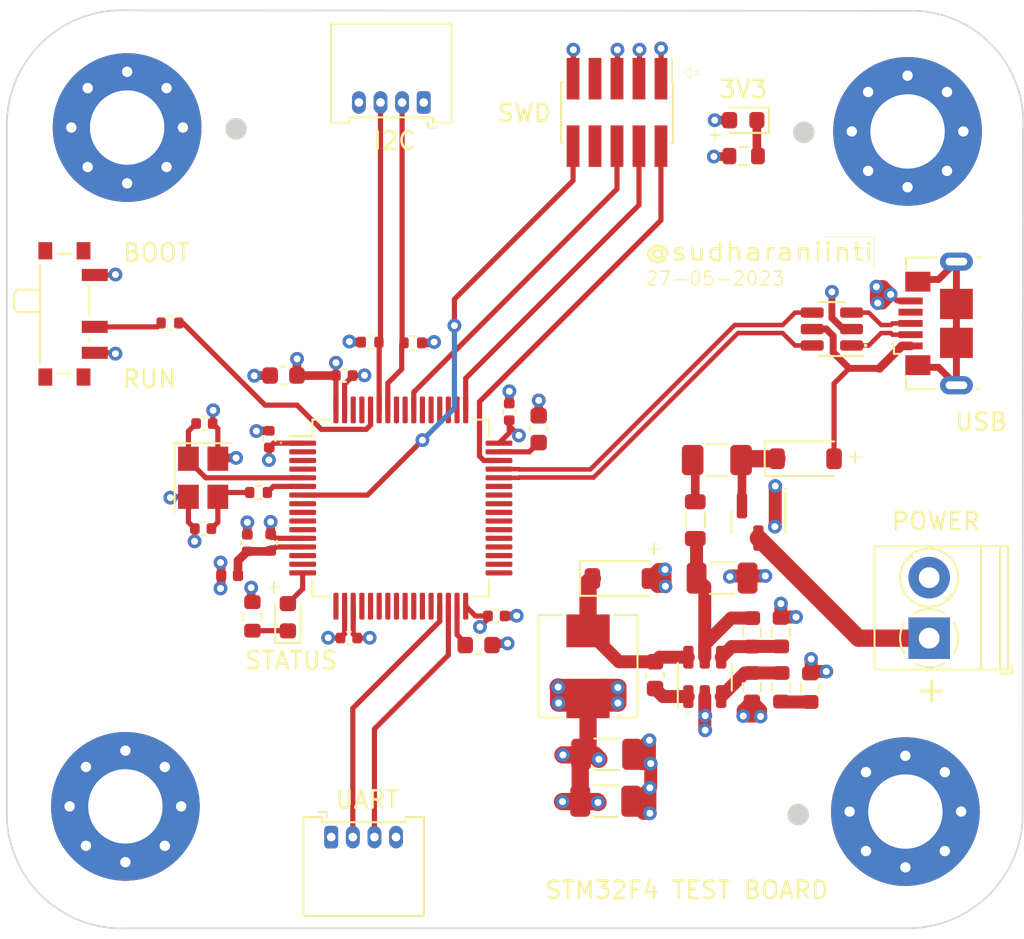
<source format=kicad_pcb>
(kicad_pcb (version 20221018) (generator pcbnew)
  (layers (0 "F.Cu" signal) (1 "In1.Cu" power) (2 "In2.Cu" power) (31 "B.Cu" signal) (34 "B.Paste" user) (35 "F.Paste" user) (36 "B.SilkS" user "B.Silkscreen") (37 "F.SilkS" user "F.Silkscreen") (38 "B.Mask" user) (39 "F.Mask" user) (44 "Edge.Cuts" user))
  (net 0 "")
  (net 1 "+12V")
  (net 2 "GND")
  (net 3 "Net-(D4-K)")
  (net 4 "Net-(R7-Pad2)")
  (net 5 "BUCK_FB")
  (net 6 "+3.3V")
  (net 7 "BUCK_EN")
  (net 8 "BUCK_IN")
  (net 9 "Net-(D1-K)")
  (net 10 "I2C1_SDA")
  (net 11 "I2C1_SCL")
  (net 12 "HSE_OUT")
  (net 13 "Net-(C12-Pad1)")
  (net 14 "BOOT0")
  (net 15 "Net-(SW1-B)")
  (net 16 "BUCK_BST")
  (net 17 "BUCK_SW")
  (net 18 "USB_CONN_D-")
  (net 19 "USB_CONN_D+")
  (net 20 "USB_D+")
  (net 21 "+5V")
  (net 22 "USB_D-")
  (net 23 "Net-(D3-K)")
  (net 27 "HSE_IN")
  (net 28 "NRST")
  (net 33 "+3.3VA")
  (net 36 "LED_STATUS")
  (net 47 "USART3_TX")
  (net 48 "USART3_RX")
  (net 49 "Net-(U1-VCAP_1)")
  (net 61 "SWDIO")
  (net 62 "Net-(U1-VCAP_2)")
  (net 63 "SWCLK")
  (net 69 "SWO")
  (net 75 "unconnected-(J5-Shield-Pad6)")
  (net 78 "Net-(F1-Pad1)")
  (footprint "MountingHole:MountingHole_4.3mm_M4_Pad_Via" (layer "F.Cu") (at 106.925 93.925)
    (fp_text reference "H1" hide)
    (fp_text value "MountingHole_Pad" hide)
  )
  (footprint "Capacitor_SMD:C_0603_1608Metric" (layer "F.Cu") (at 92.325 125.3625 90)
    (fp_text reference "C14" hide)
    (fp_text value "10nF" hide)
  )
  (footprint "Connector_PinHeader_1.27mm:PinHeader_2x05_P1.27mm_Vertical_SMD" (layer "F.Cu") (at 90.125 92.825 -90)
    (fp_text reference "J2" hide)
    (fp_text value "SWD" hide)
  )
  (footprint "Capacitor_SMD:C_0402_1005Metric" (layer "F.Cu") (at 66.27 110.815)
    (fp_text reference "C11" hide)
    (fp_text value "12pF" hide)
  )
  (footprint "Inductor_SMD:L_Sunlord_MWSA0518S" (layer "F.Cu") (at 88.45 124.85 -90)
    (fp_text reference "L2" hide)
    (fp_text value "10uF" hide)
  )
  (footprint "Resistor_SMD:R_0402_1005Metric" (layer "F.Cu") (at 78.32 106.15 180)
    (fp_text reference "R9" hide)
    (fp_text value "2.2k" hide)
  )
  (footprint "Package_QFP:LQFP-64_10x10mm_P0.5mm" (layer "F.Cu") (at 77.625 115.7)
    (fp_text reference "U1" hide)
    (fp_text value "STM32F405RGT6" hide)
  )
  (footprint "Capacitor_SMD:C_0402_1005Metric" (layer "F.Cu") (at 74.35 108.04)
    (fp_text reference "C8" hide)
    (fp_text value "100nF" hide)
  )
  (footprint "Capacitor_SMD:C_0402_1005Metric" (layer "F.Cu") (at 68.75 117.725 90)
    (fp_text reference "C9" hide)
    (fp_text value "1uF" hide)
  )
  (footprint "Button_Switch_SMD:SW_SPDT_PCM12" (layer "F.Cu") (at 58.5 104.475 -90)
    (fp_text reference "SW1" hide)
    (fp_text value "SW_SPDT" hide)
  )
  (footprint "Package_TO_SOT_SMD:SOT-23-6" (layer "F.Cu") (at 95.2 125.4625 90)
    (fp_text reference "U4" hide)
    (fp_text value "MP2359" hide)
  )
  (footprint "Connector_Molex:Molex_PicoBlade_53048-0410_1x04_P1.25mm_Horizontal" (layer "F.Cu") (at 78.95 92.25 180)
    (fp_text reference "J3" hide)
    (fp_text value "Conn_01x04" hide)
  )
  (footprint "Package_TO_SOT_SMD:SOT-23" (layer "F.Cu") (at 98.3 116.5 -90)
    (fp_text reference "Q1" hide)
    (fp_text value "AO3401A" hide)
  )
  (footprint "Capacitor_SMD:C_0402_1005Metric" (layer "F.Cu") (at 83.145 121.94)
    (fp_text reference "C6" hide)
    (fp_text value "100nF" hide)
  )
  (footprint "LED_SMD:LED_0603_1608Metric" (layer "F.Cu") (at 97.425 93.275 180)
    (fp_text reference "D4" hide)
    (fp_text value "RED" hide)
  )
  (footprint "Connector_USB:USB_Micro-B_GCT_USB3076-30-A" (layer "F.Cu") (at 108.55 105.025 90)
    (fp_text reference "J5" hide)
    (fp_text value "USB_B_Micro" hide)
  )
  (footprint "Capacitor_SMD:C_0603_1608Metric" (layer "F.Cu") (at 85.595 111.14 90)
    (fp_text reference "C2" hide)
    (fp_text value "2.2uF" hide)
  )
  (footprint "Capacitor_SMD:C_1206_3216Metric" (layer "F.Cu") (at 89.475 132.65)
    (fp_text reference "C16" hide)
    (fp_text value "10uF" hide)
  )
  (footprint "Connector_Molex:Molex_PicoBlade_53048-0410_1x04_P1.25mm_Horizontal" (layer "F.Cu") (at 73.6 134.725)
    (fp_text reference "J4" hide)
    (fp_text value "Conn_01x04" hide)
  )
  (footprint "Inductor_SMD:L_0805_2012Metric" (layer "F.Cu") (at 94.65 116.4 90)
    (fp_text reference "FB1" hide)
    (fp_text value "600 @ 600MHz" hide)
  )
  (footprint "Capacitor_SMD:C_1206_3216Metric" (layer "F.Cu") (at 89.525 129.9375)
    (fp_text reference "C15" hide)
    (fp_text value "10uF" hide)
  )
  (footprint "Resistor_SMD:R_0402_1005Metric" (layer "F.Cu") (at 69.4 114.8 180)
    (fp_text reference "R2" hide)
    (fp_text value "47" hide)
  )
  (footprint "TerminalBlock_Phoenix:TerminalBlock_Phoenix_PT-1,5-2-3.5-H_1x02_P3.50mm_Horizontal" (layer "F.Cu") (at 108.175 123.225 90)
    (fp_text reference "J1" hide)
    (fp_text value "Screw_Terminal_01x02" hide)
  )
  (footprint "Fuse:Fuse_1206_3216Metric" (layer "F.Cu") (at 95.9 112.925)
    (fp_text reference "F1" hide)
    (fp_text value "250mA" hide)
  )
  (footprint "MountingHole:MountingHole_4.3mm_M4_Pad_Via" (layer "F.Cu") (at 106.8 133.25)
    (fp_text reference "H2" hide)
    (fp_text value "MountingHole_Pad" hide)
  )
  (footprint "Inductor_SMD:L_0402_1005Metric" (layer "F.Cu") (at 67.725 119.6)
    (fp_text reference "L1" hide)
    (fp_text value "39nH" hide)
  )
  (footprint "Capacitor_SMD:C_1206_3216Metric" (layer "F.Cu") (at 96.2 119.75)
    (fp_text reference "C13" hide)
    (fp_text value "10uF" hide)
  )
  (footprint "Resistor_SMD:R_0603_1608Metric" (layer "F.Cu") (at 97.925 122.8875 -90)
    (fp_text reference "R4" hide)
    (fp_text value "100k" hide)
  )
  (footprint "Resistor_SMD:R_0603_1608Metric" (layer "F.Cu") (at 99.6 122.875 90)
    (fp_text reference "R5" hide)
    (fp_text value "68k" hide)
  )
  (footprint "Capacitor_SMD:C_0603_1608Metric" (layer "F.Cu") (at 82.125 123.625)
    (fp_text reference "C1" hide)
    (fp_text value "2.2uF" hide)
  )
  (footprint "LED_SMD:LED_0603_1608Metric" (layer "F.Cu") (at 71.095 122.015 90)
    (fp_text reference "D1" hide)
    (fp_text value "Blue" hide)
  )
  (footprint "Resistor_SMD:R_0603_1608Metric" (layer "F.Cu") (at 69.045 121.965 90)
    (fp_text reference "R3" hide)
    (fp_text value "1.5k" hide)
  )
  (footprint "Capacitor_SMD:C_0402_1005Metric" (layer "F.Cu") (at 70.02 111.715 90)
    (fp_text reference "C4" hide)
    (fp_text value "100nF" hide)
  )
  (footprint "Resistor_SMD:R_0603_1608Metric" (layer "F.Cu") (at 97.45 95.35 180)
    (fp_text reference "R11" hide)
    (fp_text value "1k" hide)
  )
  (footprint "Resistor_SMD:R_0402_1005Metric" (layer "F.Cu") (at 64.275 105 180)
    (fp_text reference "R1" hide)
    (fp_text value "10k" hide)
  )
  (footprint "MountingHole:MountingHole_4.3mm_M4_Pad_Via" (layer "F.Cu") (at 61.7 132.95)
    (fp_text reference "H3" hide)
    (fp_text value "MountingHole_Pad" hide)
  )
  (footprint "Resistor_SMD:R_0402_1005Metric" (layer "F.Cu") (at 75.85 106.11)
    (fp_text reference "R10" hide)
    (fp_text value "2.2k" hide)
  )
  (footprint "Package_TO_SOT_SMD:SOT-23-6" (layer "F.Cu") (at 102.55 105.35 180)
    (fp_text reference "U3" hide)
    (fp_text value "USBLC6-2SC6" hide)
  )
  (footprint "Resistor_SMD:R_0603_1608Metric" (layer "F.Cu") (at 99.625 126.0625 -90)
    (fp_text reference "R7" hide)
    (fp_text value "15k" hide)
  )
  (footprint "Diode_SMD:D_SOD-123" (layer "F.Cu") (at 101.025 112.85)
    (fp_text reference "D3" hide)
    (fp_text value "B5819W" hide)
  )
  (footprint "Capacitor_SMD:C_0402_1005Metric" (layer "F.Cu") (at 74.62 123.215 180)
    (fp_text reference "C5" hide)
    (fp_text value "100nF" hide)
  )
  (footprint "Crystal:Crystal_SMD_3225-4Pin_3.2x2.5mm" (layer "F.Cu") (at 66.195 113.95 -90)
    (fp_text reference "Y1" hide)
    (fp_text value "16MHz" hide)
  )
  (footprint "MountingHole:MountingHole_4.3mm_M4_Pad_Via" (layer "F.Cu") (at 61.8 93.7)
    (fp_text reference "H4" hide)
    (fp_text value "MountingHole_Pad" hide)
  )
  (footprint "Diode_SMD:D_SOD-123" (layer "F.Cu") (at 90.35 119.775)
    (fp_text reference "D2" hide)
    (fp_text value "B5819W" hide)
  )
  (footprint "Capacitor_SMD:C_0603_1608Metric" (layer "F.Cu") (at 70.845 108.04 180)
    (fp_text reference "C3" hide)
    (fp_text value "4.7uF" hide)
  )
  (footprint "Resistor_SMD:R_0603_1608Metric" (layer "F.Cu") (at 97.925 126.0625 90)
    (fp_text reference "R6" hide)
    (fp_text value "47k" hide)
  )
  (footprint "Resistor_SMD:R_0603_1608Metric" (layer "F.Cu") (at 101.3 126.0875 90)
    (fp_text reference "R8" hide)
    (fp_text value "270" hide)
  )
  (footprint "Capacitor_SMD:C_0402_1005Metric" (layer "F.Cu") (at 83.895 110.14 90)
    (fp_text reference "C7" hide)
    (fp_text value "100nF" hide)
  )
  (footprint "Capacitor_SMD:C_0402_1005Metric" (layer "F.Cu") (at 70.1 117.7 90)
    (fp_text reference "C10" hide)
    (fp_text value "10nF" hide)
  )
  (footprint "Capacitor_SMD:C_0402_1005Metric" (layer "F.Cu") (at 66.195 116.89 180)
    (fp_text reference "C12" hide)
    (fp_text value "12pF" hide)
  )
  (gr_circle (center 106.05 106.175) (end 106.109057 106.175) (stroke (width 0.08)) (fill none) (layer "F.SilkS"))
  (gr_poly locked (pts (xy 94.375 90.225) (xy 94.025 90.525) (xy 94.375 90.875) (xy 94.375 90.65) (xy 94.9 90.65) (xy 94.9 90.425) (xy 94.4 90.425) (xy 94.375 90.425)) (stroke (width 0.03)) (fill none) (layer "F.SilkS"))
  (gr_circle (center 70.7 111.925) (end 70.750139 111.925) (stroke (width 0.04)) (fill none) (layer "F.SilkS"))
  (gr_line (start 105 100) (end 105 101.875) (stroke (width 0.03)) (layer "F.SilkS"))
  (gr_circle (center 99.875 114.6) (end 99.935139 114.6) (stroke (width 0.06)) (fill none) (layer "F.SilkS"))
  (gr_circle (center 104.5 106.3) (end 104.559057 106.3) (stroke (width 0.08)) (fill none) (layer "F.SilkS"))
  (gr_circle (center 94.225 127.525) (end 94.275 127.525) (stroke (width 0.04)) (fill none) (layer "F.SilkS"))
  (gr_line (start 102.05 100) (end 105 100) (stroke (width 0.03)) (layer "F.SilkS"))
  (gr_circle (center 68.1 93.775) (end 68.676 93.775) (stroke (width 0.1)) (fill solid) (layer "Edge.Cuts"))
  (gr_line (start 113.6 93.9) (end 113.575 133.8) (stroke (width 0.1)) (layer "Edge.Cuts"))
  (gr_line (start 61.775 140) (end 106.9 140) (stroke (width 0.1)) (layer "Edge.Cuts"))
  (gr_arc (start 61.775155 140.003744) (mid 56.976976 138.237767) (end 54.84492 133.590668) (stroke (width 0.1)) (layer "Edge.Cuts"))
  (gr_circle (center 100.6 133.425) (end 101.176 133.425) (stroke (width 0.1)) (fill solid) (layer "Edge.Cuts"))
  (gr_line (start 54.84492 93.340668) (end 54.84492 133.590668) (stroke (width 0.1)) (layer "Edge.Cuts"))
  (gr_circle (center 100.925 93.975) (end 101.501 93.975) (stroke (width 0.1)) (fill solid) (layer "Edge.Cuts"))
  (gr_arc (start 54.84492 93.340668) (mid 57.002366 88.664166) (end 61.85 86.925) (stroke (width 0.1)) (layer "Edge.Cuts"))
  (gr_line (start 61.85 86.925) (end 107.125 86.95) (stroke (width 0.1)) (layer "Edge.Cuts"))
  (gr_arc (start 113.574999 133.8) (mid 111.463539 138.219369) (end 106.90001 139.997933) (stroke (width 0.1)) (layer "Edge.Cuts"))
  (gr_arc (start 107.125 86.941343) (mid 111.877592 89.010885) (end 113.6 93.9) (stroke (width 0.1)) (layer "Edge.Cuts"))
  (gr_text "+" (at 91.7 118.45) (layer "F.SilkS") (effects (font (size 0.8 0.8) (thickness 0.1)) (justify left bottom)))
  (gr_text "BOOT" (at 61.475 101.525) (layer "F.SilkS") (effects (font (size 1 1)) (justify left bottom)))
  (gr_text "@sudharaniinti" (at 91.6 101.475) (layer "F.SilkS") (effects (font (size 1 1.2)) (justify left bottom)))
  (gr_text "RUN\n" (at 61.45 108.825) (layer "F.SilkS") (effects (font (size 1 1)) (justify left bottom)))
  (gr_text "STM32F4 TEST BOARD" (at 85.875 138.375) (layer "F.SilkS") (effects (font (size 1 1)) (justify left bottom)))
  (gr_text "STATUS" (at 68.525 125.1) (layer "F.SilkS") (effects (font (size 1 1)) (justify left bottom)))
  (gr_text "POWER" (at 105.925 117.05) (layer "F.SilkS") (effects (font (size 1 1)) (justify left bottom)))
  (gr_text "+" (at 107.275 127.05) (layer "F.SilkS") (effects (font (size 1.5 1.5) (thickness 0.18)) (justify left bottom)))
  (gr_text "+" (at 95.25 94.55) (layer "F.SilkS") (effects (font (size 0.8 0.8) (thickness 0.1)) (justify left bottom)))
  (gr_text "SWD" (at 83.125 93.45) (layer "F.SilkS") (effects (font (size 1 1)) (justify left bottom)))
  (gr_text "+" (at 103.325 113.175) (layer "F.SilkS") (effects (font (size 0.8 0.8) (thickness 0.1)) (justify left bottom)))
  (gr_text "I2C\n" (at 75.95 95.05) (layer "F.SilkS") (effects (font (size 1 1)) (justify left bottom)))
  (gr_text "+" (at 69.725 120.7) (layer "F.SilkS") (effects (font (size 0.8 0.8) (thickness 0.1)) (justify left bottom)))
  (gr_text "3V3" (at 95.95 92.075) (layer "F.SilkS") (effects (font (size 1 1)) (justify left bottom)))
  (gr_text "UART\n" (at 73.75 133.15) (layer "F.SilkS") (effects (font (size 1 1)) (justify left bottom)))
  (gr_text "USB" (at 109.575 111.3) (layer "F.SilkS") (effects (font (size 1 1)) (justify left bottom)))
  (gr_text "27-05-2023" (at 91.7 102.9) (layer "F.SilkS") (effects (font (size 0.8 0.8) (thickness 0.09) bold) (justify left bottom)))
  (segment (start 108.175 123.225) (end 104.0875 123.225) (width 1) (layer "F.Cu") (net 1))
  (segment (start 104.0875 123.225) (end 98.3 117.4375) (width 1) (layer "F.Cu") (net 1))
  (segment (start 102.55 104.702816) (end 102.55 103.2) (width 0.4) (layer "F.Cu") (net 2))
  (segment (start 92.9 120.2) (end 92.925 120.225) (width 0.75) (layer "F.Cu") (net 2))
  (segment (start 67.095 112.8) (end 67.045 112.85) (width 0.5) (layer "F.Cu") (net 2))
  (segment (start 59.93 106.725) (end 61.075 106.725) (width 0.3) (layer "F.Cu") (net 2))
  (segment (start 68.975 121.07) (end 69.045 121.14) (width 0.5) (layer "F.Cu") (net 2))
  (segment (start 96.7 119.625) (end 96.65 119.675) (width 0.75) (layer "F.Cu") (net 2))
  (segment (start 70.02 111.235) (end 69.29 111.235) (width 0.5) (layer "F.Cu") (net 2))
  (segment (start 106.325 103.725) (end 105.95 103.35) (width 0.3) (layer "F.Cu") (net 2))
  (segment (start 74.83 108.04) (end 75.51 108.04) (width 0.3) (layer "F.Cu") (net 2))
  (segment (start 92.9 119.25) (end 92.9 120.2) (width 0.75) (layer "F.Cu") (net 2))
  (segment (start 64.35 115.05) (end 64.3 115.1) (width 0.3) (layer "F.Cu") (net 2))
  (segment (start 65.715 116.89) (end 65.715 117.61) (width 0.3) (layer "F.Cu") (net 2))
  (segment (start 100.475 122) (end 99.65 122) (width 0.75) (layer "F.Cu") (net 2))
  (segment (start 71.95 117.45) (end 70.401041 117.45) (width 0.3) (layer "F.Cu") (net 2))
  (segment (start 92.025 133.35) (end 91.65 133.35) (width 0.75) (layer "F.Cu") (net 2))
  (segment (start 70.351041 117.4) (end 70.1 117.4) (width 0.3) (layer "F.Cu") (net 2))
  (segment (start 66.75 110.815) (end 66.75 110.075) (width 0.3) (layer "F.Cu") (net 2))
  (segment (start 101.4125 125.15) (end 101.3 125.2625) (width 0.75) (layer "F.Cu") (net 2))
  (segment (start 103.197184 105.35) (end 102.55 104.702816) (width 0.4) (layer "F.Cu") (net 2))
  (segment (start 92.075 130.475) (end 91.5375 130.475) (width 0.75) (layer "F.Cu") (net 2))
  (segment (start 92.925 120.225) (end 92.45 120.225) (width 0.75) (layer "F.Cu") (net 2))
  (segment (start 83.785 123.54) (end 83.8 123.525) (width 0.5) (layer "F.Cu") (net 2))
  (segment (start 70.07 108.04) (end 69.16 108.04) (width 0.5) (layer "F.Cu") (net 2))
  (segment (start 66.75 110.075) (end 66.775 110.05) (width 0.3) (layer "F.Cu") (net 2))
  (segment (start 61.075 106.725) (end 61.125 106.775) (width 0.3) (layer "F.Cu") (net 2))
  (segment (start 70.401041 117.45) (end 70.351041 117.4) (width 0.3) (layer "F.Cu") (net 2))
  (segment (start 105.45 103.85) (end 105.95 103.35) (width 0.75) (layer "F.Cu") (net 2))
  (segment (start 83.9 108.95) (end 83.9 109.655) (width 0.5) (layer "F.Cu") (net 2))
  (segment (start 99.6 121.225) (end 99.6 122.05) (width 0.75) (layer "F.Cu") (net 2))
  (segment (start 91.25 132.65) (end 92.025 131.875) (width 0.75) (layer "F.Cu") (net 2))
  (segment (start 69.29 111.235) (end 69.275 111.25) (width 0.5) (layer "F.Cu") (net 2))
  (segment (start 87.6 89.2) (end 87.6 90.86) (width 0.3) (layer "F.Cu") (net 2))
  (segment (start 95.2 126.6) (end 95.2 128.525) (width 0.75) (layer "F.Cu") (net 2))
  (segment (start 67.045 111.11) (end 66.75 110.815) (width 0.3) (layer "F.Cu") (net 2))
  (segment (start 102.225 125.15) (end 101.4125 125.15) (width 0.75) (layer "F.Cu") (net 2))
  (segment (start 92.075 130.475) (end 92.075 131.825) (width 0.75) (layer "F.Cu") (net 2))
  (segment (start 65.345 115.05) (end 64.35 115.05) (width 0.3) (layer "F.Cu") (net 2))
  (segment (start 91.5375 130.475) (end 91 129.9375) (width 0.75) (layer "F.Cu") (net 2))
  (segment (start 85.6 109.475) (end 85.6 110.36) (width 0.5) (layer "F.Cu") (net 2))
  (segment (start 65.345 115.05) (end 65.345 116.52) (width 0.3) (layer "F.Cu") (net 2))
  (segment (start 69.16 108.04) (end 69.15 108.05) (width 0.5) (layer "F.Cu") (net 2))
  (segment (start 107.1 103.725) (end 106.325 103.725) (width 0.3) (layer "F.Cu") (net 2))
  (segment (start 101.35 124.425) (end 101.35 125.2125) (width 0.75) (layer "F.Cu") (net 2))
  (segment (start 74.14 123.215) (end 74.375 122.98) (width 0.3) (layer "F.Cu") (net 2))
  (segment (start 91.425 90.845) (end 91.395 90.875) (width 0.3) (layer "F.Cu") (net 2))
  (segment (start 68.1 112.8) (end 67.095 112.8) (width 0.5) (layer "F.Cu") (net 2))
  (segment (start 101.35 125.2125) (end 101.3 125.2625) (width 0.75) (layer "F.Cu") (net 2))
  (segment (start 73.44 123.215) (end 73.425 123.2) (width 0.3) (layer "F.Cu") (net 2))
  (segment (start 91.425 89.2) (end 91.425 90.845) (width 0.3) (layer "F.Cu") (net 2))
  (segment (start 105.125 103.775) (end 105.2 103.85) (width 0.75) (layer "F.Cu") (net 2))
  (segment (start 92.45 120.225) (end 92 119.775) (width 0.75) (layer "F.Cu") (net 2))
  (segment (start 90.15 90.85) (end 90.125 90.875) (width 0.3) (layer "F.Cu") (net 2))
  (segment (start 92 129.125) (end 92 130.4) (width 0.75) (layer "F.Cu") (net 2))
  (segment (start 68.75 117.245) (end 68.75 116.525) (width 0.5) (layer "F.Cu") (net 2))
  (segment (start 74.375 110.025) (end 74.375 108.537965) (width 0.3) (layer "F.Cu") (net 2))
  (segment (start 90.15 89.2) (end 90.15 90.85) (width 0.3) (layer "F.Cu") (net 2))
  (segment (start 82.945 123.54) (end 83.785 123.54) (width 0.5) (layer "F.Cu") (net 2))
  (segment (start 91 129.9375) (end 91.1875 129.9375) (width 0.75) (layer "F.Cu") (net 2))
  (segment (start 105.125 102.9) (end 105.125 103.775) (width 0.75) (layer "F.Cu") (net 2))
  (segment (start 103.6875 105.35) (end 103.197184 105.35) (width 0.4) (layer "F.Cu") (net 2))
  (segment (start 74.375 122.98) (end 74.375 121.375) (width 0.3) (layer "F.Cu") (net 2))
  (segment (start 74.83 108.082965) (end 74.83 108.04) (width 0.3) (layer "F.Cu") (net 2))
  (segment (start 75.51 108.04) (end 75.525 108.025) (width 0.3) (layer "F.Cu") (net 2))
  (segment (start 74.14 123.215) (end 73.44 123.215) (width 0.3) (layer "F.Cu") (net 2))
  (segment (start 98.7 119.625) (end 96.7 119.625) (width 0.75) (layer "F.Cu") (net 2))
  (segment (start 99.275 116.75) (end 99.25 116.775) (width 0.75) (layer "F.Cu") (net 2))
  (segment (start 96.6 95.375) (end 96.625 95.35) (width 0.5) (layer "F.Cu") (net 2))
  (segment (start 92.075 131.825) (end 92.025 131.875) (width 0.75) (layer "F.Cu") (net 2))
  (segment (start 83.625 121.94) (end 84.31 121.94) (width 0.5) (layer "F.Cu") (net 2))
  (segment (start 99.275 114.425) (end 99.275 116.75) (width 0.75) (layer "F.Cu") (net 2))
  (segment (start 85.6 110.36) (end 85.595 110.365) (width 0.5) (layer "F.Cu") (net 2))
  (segment (start 99.65 122) (end 99.6 122.05) (width 0.75) (layer "F.Cu") (net 2))
  (segment (start 105.2 103.85) (end 105.45 103.85) (width 0.75) (layer "F.Cu") (net 2))
  (segment (start 92.525 119.25) (end 92 119.775) (width 0.75) (layer "F.Cu") (net 2))
  (segment (start 70.1 117.22) (end 70.1 116.5) (width 0.5) (layer "F.Cu") (net 2))
  (segment (start 95.725 95.375) (end 96.6 95.375) (width 0.5) (layer "F.Cu") (net 2))
  (segment (start 92 130.4) (end 92.075 130.475) (width 0.75) (layer "F.Cu") (net 2))
  (segment (start 68.975 120.3) (end 68.975 121.07) (width 0.5) (layer "F.Cu") (net 2))
  (segment (start 105.125 102.9) (end 105.5 102.9) (width 0.75) (layer "F.Cu") (net 2))
  (segment (start 84.31 121.94) (end 84.325 121.925) (width 0.5) (layer "F.Cu") (net 2))
  (segment (start 105.5 102.9) (end 105.95 103.35) (width 0.75) (layer "F.Cu") (net 2))
  (segment (start 65.345 116.52) (end 65.715 116.89) (width 0.3) (layer "F.Cu") (net 2))
  (segment (start 92.9 119.25) (end 92.525 119.25) (width 0.75) (layer "F.Cu") (net 2))
  (segment (start 83.9 109.655) (end 83.895 109.66) (width 0.5) (layer "F.Cu") (net 2))
  (segment (start 87.6 90.86) (end 87.585 90.875) (width 0.3) (layer "F.Cu") (net 2))
  (segment (start 92.025 131.875) (end 92.025 133.35) (width 0.75) (layer "F.Cu") (net 2))
  (segment (start 91.65 133.35) (end 90.95 132.65) (width 0.75) (layer "F.Cu") (net 2))
  (segment (start 67.045 112.85) (end 67.045 111.11) (width 0.3) (layer "F.Cu") (net 2))
  (segment (start 95.2 128.525) (end 95.225 128.55) (width 0.75) (layer "F.Cu") (net 2))
  (segment (start 90.95 132.65) (end 91.25 132.65) (width 0.75) (layer "F.Cu") (net 2))
  (segment (start 74.375 108.537965) (end 74.83 108.082965) (width 0.3) (layer "F.Cu") (net 2))
  (segment (start 91.1875 129.9375) (end 92 129.125) (width 0.75) (layer "F.Cu") (net 2))
  (segment (start 65.715 117.61) (end 65.7 117.625) (width 0.3) (layer "F.Cu") (net 2))
  (via (at 92.9 119.25) (size 0.8) (drill 0.4) (layers "F.Cu" "B.Cu") (net 2))
  (via (at 99.25 116.775) (size 0.8) (drill 0.4) (layers "F.Cu" "B.Cu") (net 2))
  (via (at 68.1 112.8) (size 0.8) (drill 0.4) (layers "F.Cu" "B.Cu") (net 2))
  (via (at 95.225 128.55) (size 0.8) (drill 0.4) (layers "F.Cu" "B.Cu") (net 2))
  (via (at 100.475 122) (size 0.8) (drill 0.4) (layers "F.Cu" "B.Cu") (net 2))
  (via (at 69.275 111.25) (size 0.8) (drill 0.4) (layers "F.Cu" "B.Cu") (net 2))
  (via (at 92.025 133.35) (size 0.8) (drill 0.4) (layers "F.Cu" "B.Cu") (net 2))
  (via (at 96.65 119.675) (size 0.8) (drill 0.4) (layers "F.Cu" "B.Cu") (net 2))
  (via (at 98.7 119.625) (size 0.8) (drill 0.4) (layers "F.Cu" "B.Cu") (net 2))
  (via (at 68.75 116.525) (size 0.8) (drill 0.4) (layers "F.Cu" "B.Cu") (net 2))
  (via (at 83.9 108.95) (size 0.8) (drill 0.4) (layers "F.Cu" "B.Cu") (net 2))
  (via (at 99.6 121.225) (size 0.8) (drill 0.4) (layers "F.Cu" "B.Cu") (net 2))
  (via (at 102.55 103.2) (size 0.8) (drill 0.4) (layers "F.Cu" "B.Cu") (net 2))
  (via (at 95.225 127.7) (size 0.8) (drill 0.4) (layers "F.Cu" "B.Cu") (net 2))
  (via (at 84.325 121.925) (size 0.8) (drill 0.4) (layers "F.Cu" "B.Cu") (net 2))
  (via (at 91.425 89.2) (size 0.8) (drill 0.4) (layers "F.Cu" "B.Cu") (net 2))
  (via (at 70.1 116.5) (size 0.8) (drill 0.4) (layers "F.Cu" "B.Cu") (net 2))
  (via (at 90.15 89.2) (size 0.8) (drill 0.4) (layers "F.Cu" "B.Cu") (net 2))
  (via (at 69.15 108.05) (size 0.8) (drill 0.4) (layers "F.Cu" "B.Cu") (net 2))
  (via (at 83.8 123.525) (size 0.8) (drill 0.4) (layers "F.Cu" "B.Cu") (net 2))
  (via (at 92.075 130.475) (size 0.8) (drill 0.4) (layers "F.Cu" "B.Cu") (net 2))
  (via (at 66.775 110.05) (size 0.8) (drill 0.4) (layers "F.Cu" "B.Cu") (net 2))
  (via (at 85.6 109.475) (size 0.8) (drill 0.4) (layers "F.Cu" "B.Cu") (net 2))
  (via (at 102.225 125.15) (size 0.8) (drill 0.4) (layers "F.Cu" "B.Cu") (net 2))
  (via (at 95.725 95.375) (size 0.8) (drill 0.4) (layers "F.Cu" "B.Cu") (net 2))
  (via (at 99.275 114.425) (size 0.8) (drill 0.4) (layers "F.Cu" "B.Cu") (net 2))
  (via (at 92.025 131.875) (size 0.8) (drill 0.4) (layers "F.Cu" "B.Cu") (net 2))
  (via (at 101.35 124.425) (size 0.8) (drill 0.4) (layers "F.Cu" "B.Cu") (net 2))
  (via (at 105.2 103.85) (size 0.8) (drill 0.4) (layers "F.Cu" "B.Cu") (net 2))
  (via (at 61.125 106.775) (size 0.8) (drill 0.4) (layers "F.Cu" "B.Cu") (net 2))
  (via (at 92.925 120.225) (size 0.8) (drill 0.4) (layers "F.Cu" "B.Cu") (net 2))
  (via (at 73.425 123.2) (size 0.8) (drill 0.4) (layers "F.Cu" "B.Cu") (net 2))
  (via (at 65.7 117.625) (size 0.8) (drill 0.4) (layers "F.Cu" "B.Cu") (net 2))
  (via (at 68.975 120.3) (size 0.8) (drill 0.4) (layers "F.Cu" "B.Cu") (net 2))
  (via (at 105.95 103.35) (size 0.8) (drill 0.4) (layers "F.Cu" "B.Cu") (net 2))
  (via (at 64.3 115.1) (size 0.8) (drill 0.4) (layers "F.Cu" "B.Cu") (net 2))
  (via (at 75.525 108.025) (size 0.8) (drill 0.4) (layers "F.Cu" "B.Cu") (net 2))
  (via (at 105.125 102.9) (size 0.8) (drill 0.4) (layers "F.Cu" "B.Cu") (net 2))
  (via (at 87.6 89.2) (size 0.8) (drill 0.4) (layers "F.Cu" "B.Cu") (net 2))
  (via (at 92 129.125) (size 0.8) (drill 0.4) (layers "F.Cu" "B.Cu") (net 2))
  (segment (start 98.2125 93.275) (end 98.2125 95.2875) (width 0.5) (layer "F.Cu") (net 3))
  (segment (start 98.2125 95.2875) (end 98.275 95.35) (width 0.5) (layer "F.Cu") (net 3))
  (segment (start 99.65 126.9125) (end 99.625 126.8875) (width 0.75) (layer "F.Cu") (net 4))
  (segment (start 101.3 126.9125) (end 99.65 126.9125) (width 0.75) (layer "F.Cu") (net 4))
  (segment (start 97.925 125.2375) (end 97.5125 125.2375) (width 0.75) (layer "F.Cu") (net 5))
  (segment (start 99.625 125.2375) (end 97.925 125.2375) (width 0.75) (layer "F.Cu") (net 5))
  (segment (start 97.5125 125.2375) (end 96.15 126.6) (width 0.75) (layer "F.Cu") (net 5))
  (segment (start 83.895 110.62) (end 83.895 111.355) (width 0.3) (layer "F.Cu") (net 6))
  (segment (start 71.62 108.04) (end 71.62 107.08) (width 0.5) (layer "F.Cu") (net 6))
  (segment (start 88 132.65) (end 88 129.9875) (width 1) (layer "F.Cu") (net 6))
  (segment (start 73.875 110.025) (end 73.875 108.045) (width 0.3) (layer "F.Cu") (net 6))
  (segment (start 67.24 120.31) (end 67.2 120.35) (width 0.5) (layer "F.Cu") (net 6))
  (segment (start 97.425 127.725) (end 98.4 127.725) (width 0.75) (layer "F.Cu") (net 6))
  (segment (start 88.45 126.9) (end 88.45 129.5375) (width 1) (layer "F.Cu") (net 6))
  (segment (start 89.275 126.075) (end 88.45 126.9) (width 1) (layer "F.Cu") (net 6))
  (segment (start 90.175 126.075) (end 89.275 126.075) (width 1) (layer "F.Cu") (net 6))
  (segment (start 90.175 126.975) (end 90.175 126.075) (width 1) (layer "F.Cu") (net 6))
  (segment (start 87 129.975) (end 88.825 129.975) (width 1) (layer "F.Cu") (net 6))
  (segment (start 73.87 108.04) (end 73.87 107.305) (width 0.3) (layer "F.Cu") (net 6))
  (segment (start 83.895 111.355) (end 83.3 111.95) (width 0.3) (layer "F.Cu") (net 6))
  (segment (start 70.02 112.905) (end 70 112.925) (width 0.3) (layer "F.Cu") (net 6))
  (segment (start 73.875 108.045) (end 73.87 108.04) (width 0.3) (layer "F.Cu") (net 6))
  (segment (start 59.93 102.225) (end 61.1 102.225) (width 0.3) (layer "F.Cu") (net 6))
  (segment (start 71.95 111.95) (end 70.265 111.95) (width 0.3) (layer "F.Cu") (net 6))
  (segment (start 90.175 126.075) (end 86.75 126.075) (width 1) (layer "F.Cu") (net 6))
  (segment (start 97.425 127.725) (end 97.425 127.3875) (width 0.75) (layer "F.Cu") (net 6))
  (segment (start 70.02 112.195) (end 70.02 112.905) (width 0.3) (layer "F.Cu") (net 6))
  (segment (start 92.675 89.125) (end 92.675 90.865) (width 0.3) (layer "F.Cu") (net 6))
  (segment (start 81.94 121.94) (end 81.375 121.375) (width 0.3) (layer "F.Cu") (net 6))
  (segment (start 88.975 132.675) (end 89.025 132.725) (width 1) (layer "F.Cu") (net 6))
  (segment (start 78.83 106.15) (end 79.5 106.15) (width 0.5) (layer "F.Cu") (net 6))
  (segment (start 98.4 127.725) (end 98.425 127.75) (width 0.75) (layer "F.Cu") (net 6))
  (segment (start 79.5 106.15) (end 79.55 106.1) (width 0.5) (layer "F.Cu") (net 6))
  (segment (start 73.87 107.305) (end 73.875 107.3) (width 0.3) (layer "F.Cu") (net 6))
  (segment (start 67.24 118.89) (end 67.2 118.85) (width 0.5) (layer "F.Cu") (net 6))
  (segment (start 83.895 110.945) (end 84.45 111.5) (width 0.3) (layer "F.Cu") (net 6))
  (segment (start 90.175 126.975) (end 88.525 126.975) (width 1) (layer "F.Cu") (net 6))
  (segment (start 95.775 93.275) (end 96.6375 93.275) (width 0.5) (layer "F.Cu") (net 6))
  (segment (start 88.825 129.975) (end 89.075 130.225) (width 1) (layer "F.Cu") (net 6))
  (segment (start 98.425 127.3875) (end 97.925 126.8875) (width 0.75) (layer "F.Cu") (net 6))
  (segment (start 75.34 106.11) (end 74.685 106.11) (width 0.5) (layer "F.Cu") (net 6))
  (segment (start 88.45 126.9) (end 87.575 126.9) (width 1) (layer "F.Cu") (net 6))
  (segment (start 88.375 126.975) (end 88.45 126.9) (width 1) (layer "F.Cu") (net 6))
  (segment (start 88.525 126.975) (end 88.45 126.9) (width 1) (layer "F.Cu") (net 6))
  (segment (start 74.875 122.99) (end 74.875 121.375) (width 0.3) (layer "F.Cu") (net 6))
  (segment (start 71.62 108.04) (end 73.87 108.04) (width 0.5) (layer "F.Cu") (net 6))
  (segment (start 82.665 121.94) (end 81.94 121.94) (width 0.3) (layer "F.Cu") (net 6))
  (segment (start 75.1 123.215) (end 75.81 123.215) (width 0.3) (layer "F.Cu") (net 6))
  (segment (start 87.575 126.9) (end 86.725 126.05) (width 1) (layer "F.Cu") (net 6))
  (segment (start 75.81 123.215) (end 75.825 123.2) (width 0.3) (layer "F.Cu") (net 6))
  (segment (start 86.75 126.075) (end 86.725 126.05) (width 1) (layer "F.Cu") (net 6))
  (segment (start 82.665 122.11) (end 82.2 122.575) (width 0.3) (layer "F.Cu") (net 6))
  (segment (start 88.45 129.5375) (end 88.05 129.9375) (width 1) (layer "F.Cu") (net 6))
  (segment (start 67.24 119.6) (end 67.24 120.31) (width 0.5) (layer "F.Cu") (net 6))
  (segment (start 92.675 90.865) (end 92.665 90.875) (width 0.3) (layer "F.Cu") (net 6))
  (segment (start 82.665 121.94) (end 82.665 122.11) (width 0.3) (layer "F.Cu") (net 6))
  (segment (start 71.62 107.08) (end 71.625 107.075) (width 0.5) (layer "F.Cu") (net 6))
  (segment (start 83.895 110.62) (end 83.895 110.945) (width 0.3) (layer "F.Cu") (net 6))
  (segment (start 86.975 132.675) (end 88.975 132.675) (width 1) (layer "F.Cu") (net 6))
  (segment (start 61.1 102.225) (end 61.125 102.2) (width 0.3) (layer "F.Cu") (net 6))
  (segment (start 86.75 126.975) (end 88.375 126.975) (width 1) (layer "F.Cu") (net 6))
  (segment (start 74.685 106.11) (end 74.65 106.075) (width 0.5) (layer "F.Cu") (net 6))
  (segment (start 75.1 123.215) (end 74.875 122.99) (width 0.3) (layer "F.Cu") (net 6))
  (segment (start 70.265 111.95) (end 70.02 112.195) (width 0.3) (layer "F.Cu") (net 6))
  (segment (start 98.425 127.75) (end 98.425 127.3875) (width 0.75) (layer "F.Cu") (net 6))
  (segment (start 67.24 119.6) (end 67.24 118.89) (width 0.5) (layer "F.Cu") (net 6))
  (segment (start 88 129.9875) (end 88.05 129.9375) (width 1) (layer "F.Cu") (net 6))
  (segment (start 97.425 127.3875) (end 97.925 126.8875) (width 0.75) (layer "F.Cu") (net 6))
  (segment (start 86.75 126.975) (end 86.75 126.075) (width 1) (layer "F.Cu") (net 6))
  (via (at 86.725 126.05) (size 0.8) (drill 0.4) (layers "F.Cu" "B.Cu") (net 6))
  (via (at 82.2 122.575) (size 0.8) (drill 0.4) (layers "F.Cu" "B.Cu") (net 6))
  (via (at 86.975 132.675) (size 0.8) (drill 0.4) (layers "F.Cu" "B.Cu") (net 6))
  (via (at 98.425 127.75) (size 0.8) (drill 0.4) (layers "F.Cu" "B.Cu") (net 6))
  (via (at 71.625 107.075) (size 0.8) (drill 0.4) (layers "F.Cu" "B.Cu") (net 6))
  (via (at 89.075 130.225) (size 0.8) (drill 0.4) (layers "F.Cu" "B.Cu") (net 6))
  (via (at 97.425 127.725) (size 0.8) (drill 0.4) (layers "F.Cu" "B.Cu") (net 6))
  (via (at 90.175 126.975) (size 0.8) (drill 0.4) (layers "F.Cu" "B.Cu") (net 6))
  (via (at 73.875 107.3) (size 0.8) (drill 0.4) (layers "F.Cu" "B.Cu") (net 6))
  (via (at 67.2 120.35) (size 0.8) (drill 0.4) (layers "F.Cu" "B.Cu") (net 6))
  (via (at 84.45 111.5) (size 0.8) (drill 0.4) (layers "F.Cu" "B.Cu") (net 6))
  (via (at 70 112.925) (size 0.8) (drill 0.4) (layers "F.Cu" "B.Cu") (net 6))
  (via (at 79.55 106.1) (size 0.8) (drill 0.4) (layers "F.Cu" "B.Cu") (net 6))
  (via (at 90.175 126.075) (size 0.8) (drill 0.4) (layers "F.Cu" "B.Cu") (net 6))
  (via (at 92.675 89.125) (size 0.8) (drill 0.4) (layers "F.Cu" "B.Cu") (net 6))
  (via (at 75.825 123.2) (size 0.8) (drill 0.4) (layers "F.Cu" "B.Cu") (net 6))
  (via (at 86.75 126.975) (size 0.8) (drill 0.4) (layers "F.Cu" "B.Cu") (net 6))
  (via (at 89.025 132.725) (size 0.8) (drill 0.4) (layers "F.Cu" "B.Cu") (net 6))
  (via (at 61.125 102.2) (size 0.8) (drill 0.4) (layers "F.Cu" "B.Cu") (net 6))
  (via (at 74.65 106.075) (size 0.8) (drill 0.4) (layers "F.Cu" "B.Cu") (net 6))
  (via (at 87 129.975) (size 0.8) (drill 0.4) (layers "F.Cu" "B.Cu") (net 6))
  (via (at 95.775 93.275) (size 0.8) (drill 0.4) (layers "F.Cu" "B.Cu") (net 6))
  (via (at 67.2 118.85) (size 0.8) (drill 0.4) (layers "F.Cu" "B.Cu") (net 6))
  (segment (start 97.9375 123.7) (end 97.925 123.7125) (width 0.75) (layer "F.Cu") (net 7))
  (segment (start 99.6 123.7) (end 97.9375 123.7) (width 0.75) (layer "F.Cu") (net 7))
  (segment (start 97.925 123.7125) (end 96.7625 123.7125) (width 0.75) (layer "F.Cu") (net 7))
  (segment (start 96.7625 123.7125) (end 96.15 124.325) (width 0.75) (layer "F.Cu") (net 7))
  (segment (start 94.725 117.5375) (end 94.65 117.4625) (width 0.75) (layer "F.Cu") (net 8))
  (segment (start 95.2 124.325) (end 95.2 120.225) (width 0.75) (layer "F.Cu") (net 8))
  (segment (start 94.725 119.75) (end 94.725 117.5375) (width 0.75) (layer "F.Cu") (net 8))
  (segment (start 95.2 120.225) (end 94.725 119.75) (width 0.75) (layer "F.Cu") (net 8))
  (segment (start 95.2 123.587195) (end 95.2 124.325) (width 0.75) (layer "F.Cu") (net 8))
  (segment (start 96.724695 122.0625) (end 95.2 123.587195) (width 0.75) (layer "F.Cu") (net 8))
  (segment (start 97.925 122.0625) (end 96.724695 122.0625) (width 0.75) (layer "F.Cu") (net 8))
  (segment (start 69.045 122.79) (end 71.0825 122.79) (width 0.3) (layer "F.Cu") (net 9))
  (segment (start 71.0825 122.79) (end 71.095 122.8025) (width 0.3) (layer "F.Cu") (net 9))
  (segment (start 76.45 106.02) (end 76.36 106.11) (width 0.3) (layer "F.Cu") (net 10))
  (segment (start 76.45 92.25) (end 76.45 106.02) (width 0.3) (layer "F.Cu") (net 10))
  (segment (start 76.375 106.125) (end 76.36 106.11) (width 0.3) (layer "F.Cu") (net 10))
  (segment (start 76.375 110.025) (end 76.375 106.125) (width 0.3) (layer "F.Cu") (net 10))
  (segment (start 77.675 107.675) (end 77.675 106.285) (width 0.3) (layer "F.Cu") (net 11))
  (segment (start 77.7 92.25) (end 77.7 106.04) (width 0.3) (layer "F.Cu") (net 11))
  (segment (start 76.875 108.475) (end 77.675 107.675) (width 0.3) (layer "F.Cu") (net 11))
  (segment (start 77.675 106.285) (end 77.81 106.15) (width 0.3) (layer "F.Cu") (net 11))
  (segment (start 77.7 106.04) (end 77.81 106.15) (width 0.3) (layer "F.Cu") (net 11))
  (segment (start 76.875 110.025) (end 76.875 108.475) (width 0.3) (layer "F.Cu") (net 11))
  (segment (start 70.26 114.45) (end 69.91 114.8) (width 0.3) (layer "F.Cu") (net 12))
  (segment (start 71.95 114.45) (end 70.26 114.45) (width 0.3) (layer "F.Cu") (net 12))
  (segment (start 67.045 116.52) (end 66.675 116.89) (width 0.3) (layer "F.Cu") (net 13))
  (segment (start 67.295 114.8) (end 67.045 115.05) (width 0.3) (layer "F.Cu") (net 13))
  (segment (start 67.045 115.05) (end 67.045 116.52) (width 0.3) (layer "F.Cu") (net 13))
  (segment (start 68.89 114.8) (end 67.295 114.8) (width 0.3) (layer "F.Cu") (net 13))
  (segment (start 75.875 110.025) (end 75.875 110.901041) (width 0.3) (layer "F.Cu") (net 14))
  (segment (start 73.025 111.15) (end 71.625 109.75) (width 0.3) (layer "F.Cu") (net 14))
  (segment (start 75.875 110.901041) (end 75.626041 111.15) (width 0.3) (layer "F.Cu") (net 14))
  (segment (start 69.775 109.75) (end 65.025 105) (width 0.3) (layer "F.Cu") (net 14))
  (segment (start 75.626041 111.15) (end 73.025 111.15) (width 0.3) (layer "F.Cu") (net 14))
  (segment (start 71.625 109.75) (end 69.775 109.75) (width 0.3) (layer "F.Cu") (net 14))
  (segment (start 63.765 105) (end 63.54 105.225) (width 0.3) (layer "F.Cu") (net 15))
  (segment (start 63.54 105.225) (end 59.93 105.225) (width 0.3) (layer "F.Cu") (net 15))
  (segment (start 94.25 126.6) (end 92.7875 126.6) (width 0.75) (layer "F.Cu") (net 16))
  (segment (start 92.7875 126.6) (end 92.325 126.1375) (width 0.75) (layer "F.Cu") (net 16))
  (segment (start 88.45 122.8) (end 88.45 120.025) (width 1) (layer "F.Cu") (net 17))
  (segment (start 92.5875 124.325) (end 92.325 124.5875) (width 0.75) (layer "F.Cu") (net 17))
  (segment (start 92.325 124.5875) (end 90.2375 124.5875) (width 0.75) (layer "F.Cu") (net 17))
  (segment (start 88.45 120.025) (end 88.7 119.775) (width 1) (layer "F.Cu") (net 17))
  (segment (start 90.2375 124.5875) (end 88.45 122.8) (width 0.75) (layer "F.Cu") (net 17))
  (segment (start 94.25 124.325) (end 92.5875 124.325) (width 0.75) (layer "F.Cu") (net 17))
  (segment (start 105.399095 105.582156) (end 105.957155 105.582156) (width 0.261112) (layer "F.Cu") (net 18))
  (segment (start 103.6875 106.3) (end 104.681251 106.3) (width 0.261112) (layer "F.Cu") (net 18))
  (segment (start 105.957155 105.582156) (end 106.049999 105.675) (width 0.261112) (layer "F.Cu") (net 18))
  (segment (start 106.049999 105.675) (end 107.1 105.675) (width 0.261112) (layer "F.Cu") (net 18))
  (segment (start 104.681251 106.3) (end 105.399095 105.582156) (width 0.261112) (layer "F.Cu") (net 18))
  (segment (start 105.399095 105.117844) (end 105.957155 105.117844) (width 0.261112) (layer "F.Cu") (net 19))
  (segment (start 104.681251 104.4) (end 105.399095 105.117844) (width 0.261112) (layer "F.Cu") (net 19))
  (segment (start 106.049999 105.025) (end 107.1 105.025) (width 0.261112) (layer "F.Cu") (net 19))
  (segment (start 103.6875 104.4) (end 104.681251 104.4) (width 0.261112) (layer "F.Cu") (net 19))
  (segment (start 105.957155 105.117844) (end 106.049999 105.025) (width 0.261112) (layer "F.Cu") (net 19))
  (segment (start 88.578836 113.467844) (end 96.928836 105.117844) (width 0.261112) (layer "F.Cu") (net 20))
  (segment (start 100.418749 104.4) (end 101.4125 104.4) (width 0.261112) (layer "F.Cu") (net 20))
  (segment (start 84.462501 113.45) (end 84.480345 113.467844) (width 0.261112) (layer "F.Cu") (net 20))
  (segment (start 84.480345 113.467844) (end 88.578836 113.467844) (width 0.261112) (layer "F.Cu") (net 20))
  (segment (start 96.928836 105.117844) (end 99.700905 105.117844) (width 0.261112) (layer "F.Cu") (net 20))
  (segment (start 83.3 113.45) (end 84.462501 113.45) (width 0.261112) (layer "F.Cu") (net 20))
  (segment (start 99.700905 105.117844) (end 100.418749 104.4) (width 0.261112) (layer "F.Cu") (net 20))
  (segment (start 107.1 106.325) (end 106.6 106.325) (width 0.5) (layer "F.Cu") (net 21))
  (segment (start 102.225 105.35) (end 102.625 105.75) (width 0.4) (layer "F.Cu") (net 21))
  (segment (start 106.6 106.325) (end 105.3 107.625) (width 0.5) (layer "F.Cu") (net 21))
  (segment (start 102.675 112.85) (end 102.675 108.5) (width 0.3) (layer "F.Cu") (net 21))
  (segment (start 101.4125 105.35) (end 102.225 105.35) (width 0.4) (layer "F.Cu") (net 21))
  (segment (start 103.55 107.625) (end 105.3 107.625) (width 0.4) (layer "F.Cu") (net 21))
  (segment (start 102.625 106.7) (end 103.55 107.625) (width 0.4) (layer "F.Cu") (net 21))
  (segment (start 102.675 108.5) (end 103.55 107.625) (width 0.3) (layer "F.Cu") (net 21))
  (segment (start 102.625 105.75) (end 102.625 106.7) (width 0.4) (layer "F.Cu") (net 21))
  (segment (start 84.480345 113.932156) (end 88.771164 113.932156) (width 0.261112) (layer "F.Cu") (net 22))
  (segment (start 84.462501 113.95) (end 84.480345 113.932156) (width 0.261112) (layer "F.Cu") (net 22))
  (segment (start 99.700905 105.582156) (end 100.418749 106.3) (width 0.261112) (layer "F.Cu") (net 22))
  (segment (start 83.3 113.95) (end 84.462501 113.95) (width 0.261112) (layer "F.Cu") (net 22))
  (segment (start 97.121164 105.582156) (end 99.700905 105.582156) (width 0.261112) (layer "F.Cu") (net 22))
  (segment (start 100.418749 106.3) (end 101.4125 106.3) (width 0.261112) (layer "F.Cu") (net 22))
  (segment (start 88.771164 113.932156) (end 97.121164 105.582156) (width 0.261112) (layer "F.Cu") (net 22))
  (segment (start 97.375 112.85) (end 97.3 112.925) (width 1) (layer "F.Cu") (net 23))
  (segment (start 97.35 115.5625) (end 97.35 112.975) (width 0.5) (layer "F.Cu") (net 23))
  (segment (start 99.375 112.85) (end 97.375 112.85) (width 1) (layer "F.Cu") (net 23))
  (segment (start 97.35 112.975) (end 97.3 112.925) (width 0.5) (layer "F.Cu") (net 23))
  (segment (start 65.345 111.26) (end 65.79 110.815) (width 0.3) (layer "F.Cu") (net 27))
  (segment (start 71.95 113.95) (end 66.345 113.95) (width 0.3) (layer "F.Cu") (net 27))
  (segment (start 65.345 112.85) (end 65.345 111.26) (width 0.3) (layer "F.Cu") (net 27))
  (segment (start 66.345 113.95) (end 65.345 112.95) (width 0.3) (layer "F.Cu") (net 27))
  (segment (start 65.345 112.95) (end 65.345 112.85) (width 0.3) (layer "F.Cu") (net 27))
  (segment (start 80.725 103.625) (end 87.585 96.765) (width 0.3) (layer "F.Cu") (net 28))
  (segment (start 71.95 114.95) (end 75.7 114.95) (width 0.3) (layer "F.Cu") (net 28))
  (segment (start 80.725 105.15) (end 80.725 103.625) (width 0.3) (layer "F.Cu") (net 28))
  (segment (start 75.7 114.95) (end 78.875 111.775) (width 0.3) (layer "F.Cu") (net 28))
  (segment (start 87.585 96.765) (end 87.585 94.775) (width 0.3) (layer "F.Cu") (net 28))
  (via (at 78.875 111.775) (size 0.8) (drill 0.4) (layers "F.Cu" "B.Cu") (net 28))
  (via (at 80.725 105.15) (size 0.8) (drill 0.4) (layers "F.Cu" "B.Cu") (net 28))
  (segment (start 78.875 111.775) (end 80.725 109.925) (width 0.3) (layer "B.Cu") (net 28))
  (segment (start 80.725 109.925) (end 80.725 105.15) (width 0.3) (layer "B.Cu") (net 28))
  (segment (start 70.351041 118) (end 70.1 118) (width 0.3) (layer "F.Cu") (net 33))
  (segment (start 70.401041 117.95) (end 70.351041 118) (width 0.3) (layer "F.Cu") (net 33))
  (segment (start 68.75 118.205) (end 70.075 118.205) (width 0.5) (layer "F.Cu") (net 33))
  (segment (start 68.21 118.745) (end 68.75 118.205) (width 0.5) (layer "F.Cu") (net 33))
  (segment (start 71.95 117.95) (end 70.401041 117.95) (width 0.3) (layer "F.Cu") (net 33))
  (segment (start 70.075 118.205) (end 70.1 118.18) (width 0.5) (layer "F.Cu") (net 33))
  (segment (start 68.21 119.6) (end 68.21 118.745) (width 0.5) (layer "F.Cu") (net 33))
  (segment (start 71.95 120.3725) (end 71.095 121.2275) (width 0.3) (layer "F.Cu") (net 36))
  (segment (start 71.95 119.45) (end 71.95 120.3725) (width 0.3) (layer "F.Cu") (net 36))
  (segment (start 79.875 121.375) (end 79.875 122.251041) (width 0.3) (layer "F.Cu") (net 47))
  (segment (start 74.85 127.276041) (end 74.85 134.725) (width 0.3) (layer "F.Cu") (net 47))
  (segment (start 79.875 122.251041) (end 74.85 127.276041) (width 0.3) (layer "F.Cu") (net 47))
  (segment (start 80.375 124.2) (end 76.1 128.475) (width 0.3) (layer "F.Cu") (net 48))
  (segment (start 76.1 128.475) (end 76.1 134.725) (width 0.3) (layer "F.Cu") (net 48))
  (segment (start 80.375 121.375) (end 80.375 124.2) (width 0.3) (layer "F.Cu") (net 48))
  (segment (start 81.395 123.54) (end 80.875 123.02) (width 0.3) (layer "F.Cu") (net 49))
  (segment (start 80.875 123.02) (end 80.875 121.375) (width 0.3) (layer "F.Cu") (net 49))
  (segment (start 82.175 109.55) (end 92.665 99.06) (width 0.3) (layer "F.Cu") (net 61))
  (segment (start 82.423959 112.95) (end 82.175 112.701041) (width 0.3) (layer "F.Cu") (net 61))
  (segment (start 83.3 112.95) (end 82.423959 112.95) (width 0.3) (layer "F.Cu") (net 61))
  (segment (start 82.175 112.701041) (end 82.175 109.55) (width 0.3) (layer "F.Cu") (net 61))
  (segment (start 92.665 99.06) (end 92.665 94.775) (width 0.3) (layer "F.Cu") (net 61))
  (segment (start 85.06 112.45) (end 83.3 112.45) (width 0.3) (layer "F.Cu") (net 62))
  (segment (start 85.595 111.915) (end 85.06 112.45) (width 0.3) (layer "F.Cu") (net 62))
  (segment (start 81.375 108.2) (end 91.395 98.18) (width 0.3) (layer "F.Cu") (net 63))
  (segment (start 81.375 110.025) (end 81.375 108.2) (width 0.3) (layer "F.Cu") (net 63))
  (segment (start 91.395 98.18) (end 91.395 94.775) (width 0.3) (layer "F.Cu") (net 63))
  (segment (start 90.125 97.25) (end 90.125 94.775) (width 0.3) (layer "F.Cu") (net 69))
  (segment (start 78.375 110.025) (end 78.375 109) (width 0.3) (layer "F.Cu") (net 69))
  (segment (start 78.375 109) (end 90.125 97.25) (width 0.3) (layer "F.Cu") (net 69))
  (segment (start 108.715 102.485) (end 109.75 101.45) (width 0.4) (layer "F.Cu") (net 75))
  (segment (start 107.52 102.485) (end 108.715 102.485) (width 0.4) (layer "F.Cu") (net 75))
  (segment (start 109.75 106.15) (end 109.75 103.9) (width 0.4) (layer "F.Cu") (net 75))
  (segment (start 108.715 107.565) (end 109.75 108.6) (width 0.4) (layer "F.Cu") (net 75))
  (segment (start 109.75 103.9) (end 109.75 101.45) (width 0.4) (layer "F.Cu") (net 75))
  (segment (start 109.75 106.15) (end 109.75 108.6) (width 0.4) (layer "F.Cu") (net 75))
  (segment (start 107.52 107.565) (end 108.715 107.565) (width 0.4) (layer "F.Cu") (net 75))
  (segment (start 94.65 113.075) (end 94.5 112.925) (width 0.5) (layer "F.Cu") (net 78))
  (segment (start 94.65 115.3375) (end 94.65 113.075) (width 0.5) (layer "F.Cu") (net 78))
)
</source>
